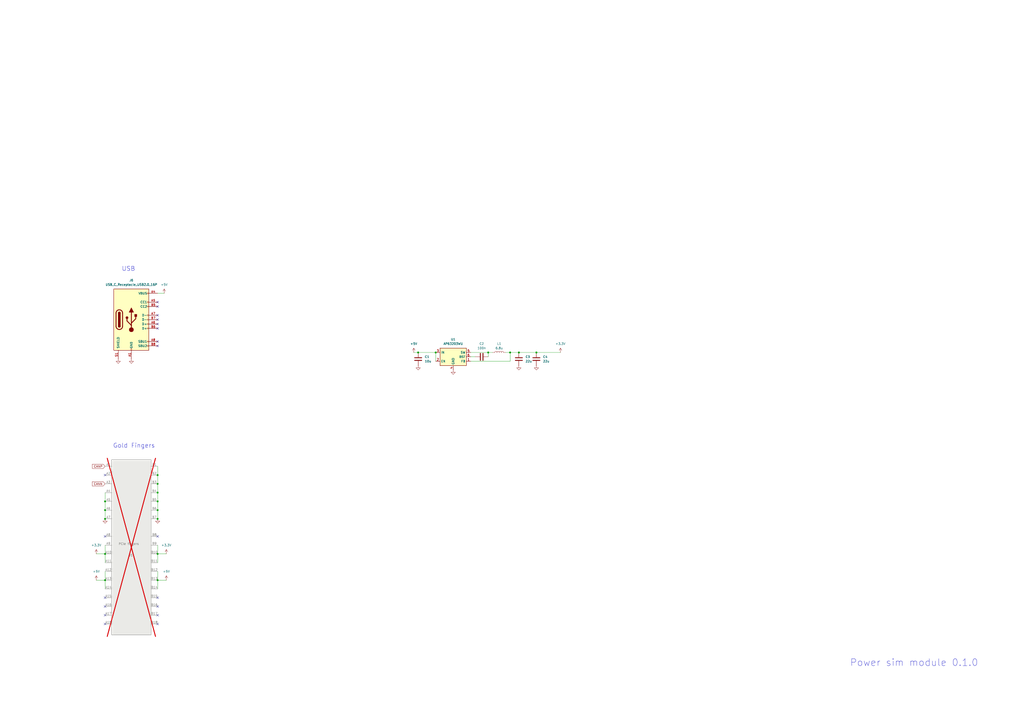
<source format=kicad_sch>
(kicad_sch (version 20231120) (generator "eeschema") (generator_version "8.0")
  (paper "A2")
  (lib_symbols
    (symbol "Connector:Bus_PCI_Express_x1" (pin_names (offset 0) hide)
      (property "Reference" "J1" (at 4.826 -16.002 0))
      (property "info" "PCIe fingers" (at -1.524 -5.588 0))
      (symbol "Bus_PCI_Express_x1_0_1"
        (rectangle (start -11.43 43.18) (end 11.43 -58.42) (stroke (width 0.254)) (fill (type background)))
      )
      (symbol "Bus_PCI_Express_x1_1_1"
        (pin unspecified line (at -15.24 39.37 0) (length 3.81) (name "~{PRSNT1}") (number "A1"))
        (pin passive line (at -15.24 -11.43 0) (length 3.81) (name "+3.3V") (number "A10"))
        (pin input line (at -15.24 -16.51 0) (length 3.81) (name "~{PERST}") (number "A11"))
        (pin passive line (at -15.24 -21.59 0) (length 3.81) (name "GND") (number "A12"))
        (pin input line (at -15.24 -26.67 0) (length 3.81) (name "REFCLK+") (number "A13"))
        (pin input line (at -15.24 -31.75 0) (length 3.81) (name "REFCLK-") (number "A14"))
        (pin passive line (at -15.24 -36.83 0) (length 3.81) (name "GND") (number "A15"))
        (pin output line (at -15.24 -41.91 0) (length 3.81) (name "PERp0") (number "A16"))
        (pin output line (at -15.24 -46.99 0) (length 3.81) (name "PERn0") (number "A17"))
        (pin passive line (at -15.24 -52.07 0) (length 3.81) (name "GND") (number "A18"))
        (pin unspecified line (at -15.24 34.29 0) (length 3.81) (name "+12V") (number "A2"))
        (pin passive line (at -15.24 29.21 0) (length 3.81) (name "+12V") (number "A3"))
        (pin passive line (at -15.24 24.13 0) (length 3.81) (name "GND") (number "A4"))
        (pin input line (at -15.24 19.05 0) (length 3.81) (name "JTAG2") (number "A5"))
        (pin input line (at -15.24 13.97 0) (length 3.81) (name "JTAG3") (number "A6"))
        (pin output line (at -15.24 8.89 0) (length 3.81) (name "JTAG4") (number "A7"))
        (pin input line (at -15.24 -1.27 0) (length 3.81) (name "JTAG5") (number "A8"))
        (pin passive line (at -15.24 -6.35 0) (length 3.81) (name "+3.3V") (number "A9"))
        (pin power_in line (at 15.24 39.37 180) (length 3.81) (name "+12V") (number "B1"))
        (pin power_in line (at 15.24 -11.43 180) (length 3.81) (name "3.3Vaux") (number "B10"))
        (pin open_collector line (at 15.24 -16.51 180) (length 3.81) (name "~{WAKE}") (number "B11"))
        (pin passive line (at 15.24 -21.59 180) (length 3.81) (name "RSVD") (number "B12"))
        (pin passive line (at 15.24 -26.67 180) (length 3.81) (name "GND") (number "B13"))
        (pin input line (at 15.24 -31.75 180) (length 3.81) (name "PETp0") (number "B14"))
        (pin input line (at 15.24 -36.83 180) (length 3.81) (name "PETn0") (number "B15"))
        (pin passive line (at 15.24 -41.91 180) (length 3.81) (name "GND") (number "B16"))
        (pin passive line (at 15.24 -46.99 180) (length 3.81) (name "~{PRSNT2}") (number "B17"))
        (pin passive line (at 15.24 -52.07 180) (length 3.81) (name "GND") (number "B18"))
        (pin passive line (at 15.24 34.29 180) (length 3.81) (name "+12V") (number "B2"))
        (pin passive line (at 15.24 29.21 180) (length 3.81) (name "+12V") (number "B3"))
        (pin power_in line (at 15.24 24.13 180) (length 3.81) (name "GND") (number "B4"))
        (pin input line (at 15.24 19.05 180) (length 3.81) (name "SMCLK") (number "B5"))
        (pin bidirectional line (at 15.24 13.97 180) (length 3.81) (name "SMDAT") (number "B6"))
        (pin passive line (at 15.24 8.89 180) (length 3.81) (name "GND") (number "B7"))
        (pin power_in line (at 15.24 -1.27 180) (length 3.81) (name "+3.3V") (number "B8"))
        (pin input line (at 15.24 -6.35 180) (length 3.81) (name "JTAG1") (number "B9"))
      )
    )
    (symbol "Connector:USB_C_Receptacle_USB2.0_16P" (pin_names (offset 1.016))
      (property "Reference" "J" (at 0 22.225 0))
      (property "Value" "USB_C_Receptacle_USB2.0_16P" (at 0 19.685 0))
      (symbol "USB_C_Receptacle_USB2.0_16P_0_0"
        (rectangle (start -0.254 -17.78) (end 0.254 -16.764))
        (rectangle (start 10.16 -14.986) (end 9.144 -15.494))
        (rectangle (start 10.16 -12.446) (end 9.144 -12.954))
        (rectangle (start 10.16 -4.826) (end 9.144 -5.334))
        (rectangle (start 10.16 -2.286) (end 9.144 -2.794))
        (rectangle (start 10.16 0.254) (end 9.144 -0.254))
        (rectangle (start 10.16 2.794) (end 9.144 2.286))
        (rectangle (start 10.16 7.874) (end 9.144 7.366))
        (rectangle (start 10.16 10.414) (end 9.144 9.906))
        (rectangle (start 10.16 15.494) (end 9.144 14.986))
      )
      (symbol "USB_C_Receptacle_USB2.0_16P_0_1"
        (rectangle (start -10.16 17.78) (end 10.16 -17.78) (stroke (width 0.254)) (fill (type background)))
        (arc (start -8.89 -3.81) (mid -6.985 -5.7067) (end -5.08 -3.81) (stroke (width 0.508)))
        (arc (start -7.62 -3.81) (mid -6.985 -4.4423) (end -6.35 -3.81) (stroke (width 0.254)))
        (arc (start -7.62 -3.81) (mid -6.985 -4.4423) (end -6.35 -3.81) (stroke (width 0.254)) (fill (type outline)))
        (rectangle (start -7.62 -3.81) (end -6.35 3.81) (stroke (width 0.254)) (fill (type outline)))
        (arc (start -6.35 3.81) (mid -6.985 4.4423) (end -7.62 3.81) (stroke (width 0.254)))
        (arc (start -6.35 3.81) (mid -6.985 4.4423) (end -7.62 3.81) (stroke (width 0.254)) (fill (type outline)))
        (arc (start -5.08 3.81) (mid -6.985 5.7067) (end -8.89 3.81) (stroke (width 0.508)))
        (circle (center -2.54 1.143) (radius 0.635) (stroke (width 0.254)) (fill (type outline)))
        (circle (center 0 -5.842) (radius 1.27) (fill (type outline)))
        (polyline (pts (xy -8.89 -3.81) (xy -8.89 3.81)) (stroke (width 0.508)))
        (polyline (pts (xy -5.08 3.81) (xy -5.08 -3.81)) (stroke (width 0.508)))
        (polyline (pts (xy 0 -5.842) (xy 0 4.318)) (stroke (width 0.508)))
        (polyline (pts (xy 0 -3.302) (xy -2.54 -0.762) (xy -2.54 0.508)) (stroke (width 0.508)))
        (polyline (pts (xy 0 -2.032) (xy 2.54 0.508) (xy 2.54 1.778)) (stroke (width 0.508)))
        (polyline (pts (xy -1.27 4.318) (xy 0 6.858) (xy 1.27 4.318) (xy -1.27 4.318)) (stroke (width 0.254)) (fill (type outline)))
        (rectangle (start 1.905 1.778) (end 3.175 3.048) (stroke (width 0.254)) (fill (type outline)))
      )
      (symbol "USB_C_Receptacle_USB2.0_16P_1_1"
        (pin passive line (at 0 -22.86 90) (length 5.08) (name "GND") (number "A1"))
        (pin passive line (at 0 -22.86 90) (length 5.08) hide (name "GND") (number "A12"))
        (pin passive line (at 15.24 15.24 180) (length 5.08) (name "VBUS") (number "A4"))
        (pin bidirectional line (at 15.24 10.16 180) (length 5.08) (name "CC1") (number "A5"))
        (pin bidirectional line (at 15.24 -2.54 180) (length 5.08) (name "D+") (number "A6"))
        (pin bidirectional line (at 15.24 2.54 180) (length 5.08) (name "D-") (number "A7"))
        (pin bidirectional line (at 15.24 -12.7 180) (length 5.08) (name "SBU1") (number "A8"))
        (pin passive line (at 15.24 15.24 180) (length 5.08) hide (name "VBUS") (number "A9"))
        (pin passive line (at 0 -22.86 90) (length 5.08) hide (name "GND") (number "B1"))
        (pin passive line (at 0 -22.86 90) (length 5.08) hide (name "GND") (number "B12"))
        (pin passive line (at 15.24 15.24 180) (length 5.08) hide (name "VBUS") (number "B4"))
        (pin bidirectional line (at 15.24 7.62 180) (length 5.08) (name "CC2") (number "B5"))
        (pin bidirectional line (at 15.24 -5.08 180) (length 5.08) (name "D+") (number "B6"))
        (pin bidirectional line (at 15.24 0 180) (length 5.08) (name "D-") (number "B7"))
        (pin bidirectional line (at 15.24 -15.24 180) (length 5.08) (name "SBU2") (number "B8"))
        (pin passive line (at 15.24 15.24 180) (length 5.08) hide (name "VBUS") (number "B9"))
        (pin passive line (at -7.62 -22.86 90) (length 5.08) (name "SHIELD") (number "S1"))
      )
    )
    (symbol "Device:C" (pin_numbers hide) (pin_names (offset 0.254))
      (property "Reference" "C" (at 0.635 2.54 0))
      (property "Value" "C" (at 0.635 -2.54 0))
      (symbol "C_0_1"
        (polyline (pts (xy -2.032 -0.762) (xy 2.032 -0.762)) (stroke (width 0.508)))
        (polyline (pts (xy -2.032 0.762) (xy 2.032 0.762)) (stroke (width 0.508)))
      )
      (symbol "C_1_1"
        (pin passive line (at 0 3.81 270) (length 2.794) (name "~") (number "1"))
        (pin passive line (at 0 -3.81 90) (length 2.794) (name "~") (number "2"))
      )
    )
    (symbol "Device:L" (pin_numbers hide) (pin_names (offset 1.016) hide)
      (property "Reference" "L" (at -1.27 0 90))
      (property "Value" "L" (at 1.905 0 90))
      (symbol "L_0_1"
        (arc (start 0 -2.54) (mid 0.6323 -1.905) (end 0 -1.27))
        (arc (start 0 -1.27) (mid 0.6323 -0.635) (end 0 0))
        (arc (start 0 0) (mid 0.6323 0.635) (end 0 1.27))
        (arc (start 0 1.27) (mid 0.6323 1.905) (end 0 2.54))
      )
      (symbol "L_1_1"
        (pin passive line (at 0 3.81 270) (length 1.27) (name "1") (number "1"))
        (pin passive line (at 0 -3.81 90) (length 1.27) (name "2") (number "2"))
      )
    )
    (symbol "Regulator_Switching:AP63203WU"
      (property "Reference" "U" (at -7.62 6.35 0))
      (property "Value" "AP63203WU" (at 2.54 6.35 0))
      (symbol "AP63203WU_0_1"
        (rectangle (start -7.62 5.08) (end 7.62 -5.08) (stroke (width 0.254)) (fill (type background)))
      )
      (symbol "AP63203WU_1_1"
        (pin input line (at 10.16 -2.54 180) (length 2.54) (name "FB") (number "1"))
        (pin input line (at -10.16 -2.54 0) (length 2.54) (name "EN") (number "2"))
        (pin power_in line (at -10.16 2.54 0) (length 2.54) (name "IN") (number "3"))
        (pin power_in line (at 0 -7.62 90) (length 2.54) (name "GND") (number "4"))
        (pin output line (at 10.16 2.54 180) (length 2.54) (name "SW") (number "5"))
        (pin passive line (at 10.16 0 180) (length 2.54) (name "BST") (number "6"))
      )
    )
    (symbol "power:+3.3V" (power) (pin_numbers hide) (pin_names (offset 0) hide)
      (property "Value" "+3.3V" (at 0 3.556 0))
      (symbol "+3.3V_0_1"
        (polyline (pts (xy -0.762 1.27) (xy 0 2.54)))
        (polyline (pts (xy 0 0) (xy 0 2.54)))
        (polyline (pts (xy 0 2.54) (xy 0.762 1.27)))
      )
      (symbol "+3.3V_1_1"
        (pin power_in line (at 0 0 90) (length 0) (name "~") (number "1"))
      )
    )
    (symbol "power:+5V" (power) (pin_numbers hide) (pin_names (offset 0) hide)
      (property "Value" "+5V" (at 0 3.556 0))
      (symbol "+5V_0_1"
        (polyline (pts (xy -0.762 1.27) (xy 0 2.54)))
        (polyline (pts (xy 0 0) (xy 0 2.54)))
        (polyline (pts (xy 0 2.54) (xy 0.762 1.27)))
      )
      (symbol "+5V_1_1"
        (pin power_in line (at 0 0 90) (length 0) (name "~") (number "1"))
      )
    )
    (symbol "power:GND" (power) (pin_numbers hide) (pin_names (offset 0) hide)
      (property "Value" "GND" (at 0 -3.81 0))
      (symbol "GND_0_1"
        (polyline (pts (xy 0 0) (xy 0 -1.27) (xy 1.27 -1.27) (xy 0 -2.54) (xy -1.27 -1.27) (xy 0 -1.27)))
      )
      (symbol "GND_1_1"
        (pin power_in line (at 0 0 270) (length 0) (name "~") (number "1"))
      )
    )
    (symbol "power:VAA" (power) (pin_numbers hide) (pin_names (offset 0) hide)
      (property "Value" "VAA" (at 0 3.556 0))
      (symbol "VAA_0_1"
        (polyline (pts (xy -0.762 1.27) (xy 0 2.54)))
        (polyline (pts (xy 0 0) (xy 0 2.54)))
        (polyline (pts (xy 0 2.54) (xy 0.762 1.27)))
      )
      (symbol "VAA_1_1"
        (pin power_in line (at 0 0 90) (length 0) (name "~") (number "1"))
      )
    )
  )
  (junction (at 91.44 295.91))
  (junction (at 91.44 285.75))
  (junction (at 60.96 321.31))
  (junction (at 91.44 280.67))
  (junction (at 283.21 204.47))
  (junction (at 60.96 295.91))
  (junction (at 91.44 300.99))
  (junction (at 91.44 290.83))
  (junction (at 60.96 300.99))
  (junction (at 91.44 275.59))
  (junction (at 91.44 336.55))
  (junction (at 311.15 204.47))
  (junction (at 295.91 204.47))
  (junction (at 242.57 204.47))
  (junction (at 60.96 290.83))
  (junction (at 91.44 321.31))
  (junction (at 300.99 204.47))
  (junction (at 252.73 204.47))
  (junction (at 60.96 336.55))
  (no_connect (at 91.44 346.71))
  (no_connect (at 91.44 200.66))
  (no_connect (at 91.44 198.12))
  (no_connect (at 91.44 311.15))
  (no_connect (at 60.96 346.71))
  (no_connect (at 91.44 351.79))
  (no_connect (at 91.44 175.26))
  (no_connect (at 91.44 185.42))
  (no_connect (at 91.44 177.8))
  (no_connect (at 91.44 182.88))
  (no_connect (at 60.96 356.87))
  (no_connect (at 60.96 361.95))
  (no_connect (at 91.44 190.5))
  (no_connect (at 91.44 187.96))
  (no_connect (at 60.96 275.59))
  (no_connect (at 91.44 361.95))
  (no_connect (at 60.96 311.15))
  (no_connect (at 60.96 351.79))
  (no_connect (at 91.44 356.87))
  (wire (pts (xy 91.44 290.83) (xy 91.44 295.91)))
  (wire (pts (xy 275.59 207.01) (xy 273.05 207.01)))
  (wire (pts (xy 285.75 204.47) (xy 283.21 204.47)))
  (wire (pts (xy 60.96 285.75) (xy 60.96 290.83)))
  (wire (pts (xy 91.44 321.31) (xy 91.44 326.39)))
  (wire (pts (xy 91.44 295.91) (xy 91.44 300.99)))
  (wire (pts (xy 242.57 204.47) (xy 252.73 204.47)))
  (wire (pts (xy 311.15 204.47) (xy 325.12 204.47)))
  (wire (pts (xy 273.05 204.47) (xy 283.21 204.47)))
  (wire (pts (xy 91.44 336.55) (xy 91.44 331.47)))
  (wire (pts (xy 60.96 321.31) (xy 60.96 316.23)))
  (wire (pts (xy 300.99 204.47) (xy 311.15 204.47)))
  (wire (pts (xy 91.44 280.67) (xy 91.44 285.75)))
  (wire (pts (xy 91.44 321.31) (xy 91.44 316.23)))
  (wire (pts (xy 60.96 295.91) (xy 60.96 300.99)))
  (wire (pts (xy 60.96 321.31) (xy 60.96 326.39)))
  (wire (pts (xy 55.88 336.55) (xy 60.96 336.55)))
  (wire (pts (xy 295.91 204.47) (xy 300.99 204.47)))
  (wire (pts (xy 91.44 285.75) (xy 91.44 290.83)))
  (wire (pts (xy 55.88 321.31) (xy 60.96 321.31)))
  (wire (pts (xy 240.03 204.47) (xy 242.57 204.47)))
  (wire (pts (xy 96.52 321.31) (xy 91.44 321.31)))
  (wire (pts (xy 60.96 336.55) (xy 60.96 341.63)))
  (wire (pts (xy 273.05 209.55) (xy 295.91 209.55)))
  (wire (pts (xy 252.73 204.47) (xy 252.73 209.55)))
  (wire (pts (xy 60.96 290.83) (xy 60.96 295.91)))
  (wire (pts (xy 96.52 336.55) (xy 91.44 336.55)))
  (wire (pts (xy 293.37 204.47) (xy 295.91 204.47)))
  (wire (pts (xy 295.91 204.47) (xy 295.91 209.55)))
  (wire (pts (xy 91.44 270.51) (xy 91.44 275.59)))
  (wire (pts (xy 60.96 336.55) (xy 60.96 331.47)))
  (wire (pts (xy 91.44 336.55) (xy 91.44 341.63)))
  (wire (pts (xy 91.44 275.59) (xy 91.44 280.67)))
  (wire (pts (xy 95.25 170.18) (xy 91.44 170.18)))
  (wire (pts (xy 283.21 204.47) (xy 283.21 207.01)))
  (text "USB" (at 70.612 157.48 0) (effects (font (size 2.54 2.54)) (justify left bottom)))
  (text "Power sim module 0.1.0" (at 493.014 386.842 0) (effects (font (size 4 4)) (justify left bottom)))
  (text "Gold Fingers" (at 65.532 260.096 0) (effects (font (size 2.54 2.54)) (justify left bottom)))
  (global_label "CANN" (shape input) (at 60.96 280.67 180) (property "Intersheetrefs" "${INTERSHEET_REFS}" (effects (hide yes))))
  (global_label "CANP" (shape input) (at 60.96 270.51 180) (property "Intersheetrefs" "${INTERSHEET_REFS}" (effects (hide yes))))
  (symbol (lib_id "power:GND") (at 300.99 212.09 0) (unit 1)
    (property "Reference" "#PWR06" (effects (hide yes)))
    (property "Value" "GND" (effects (hide yes)))
    (property "Description" "Power symbol creates a global label with name \"GND\" , ground" (effects (hide yes)))
  )
  (symbol (lib_id "power:VAA") (at 55.88 321.31 0) (unit 1)
    (property "Reference" "#PWR022" (effects (hide yes)))
    (property "Value" "+3.3V" (at 55.88 316.23 0))
    (property "Description" "Power symbol creates a global label with name \"VAA\"" (effects (hide yes)))
  )
  (symbol (lib_id "power:GND") (at 91.44 300.99 0) (unit 1)
    (property "Reference" "#PWR014" (effects (hide yes)))
    (property "Value" "GND" (effects (hide yes)))
    (property "Description" "Power symbol creates a global label with name \"GND\" , ground" (effects (hide yes)))
  )
  (symbol (lib_id "power:VAA") (at 96.52 336.55 0) (unit 1)
    (property "Reference" "#PWR021" (effects (hide yes)))
    (property "Value" "+5V" (at 96.52 331.47 0))
    (property "Description" "Power symbol creates a global label with name \"VAA\"" (effects (hide yes)))
  )
  (symbol (lib_id "power:VAA") (at 55.88 336.55 0) (unit 1)
    (property "Reference" "#PWR010" (effects (hide yes)))
    (property "Value" "+5V" (at 55.88 331.47 0))
    (property "Description" "Power symbol creates a global label with name \"VAA\"" (effects (hide yes)))
  )
  (symbol (lib_id "power:GND") (at 76.2 208.28 0) (unit 1)
    (property "Reference" "#PWR029" (effects (hide yes)))
    (property "Value" "GND" (effects (hide yes)))
    (property "Description" "Power symbol creates a global label with name \"GND\" , ground" (effects (hide yes)))
  )
  (symbol (lib_id "power:GND") (at 311.15 212.09 0) (unit 1)
    (property "Reference" "#PWR07" (effects (hide yes)))
    (property "Value" "GND" (effects (hide yes)))
    (property "Description" "Power symbol creates a global label with name \"GND\" , ground" (effects (hide yes)))
  )
  (symbol (lib_id "power:VAA") (at 96.52 321.31 0) (unit 1)
    (property "Reference" "#PWR023" (effects (hide yes)))
    (property "Value" "+3.3V" (at 96.52 316.23 0))
    (property "Description" "Power symbol creates a global label with name \"VAA\"" (effects (hide yes)))
  )
  (symbol (lib_id "Device:C") (at 300.99 208.28 0) (unit 1)
    (property "Reference" "C3" (at 304.8 207.0099 0) (effects (justify left)))
    (property "Value" "22u" (at 304.8 209.5499 0) (effects (justify left)))
    (property "Description" "Unpolarized capacitor" (effects (hide yes)))
  )
  (symbol (lib_id "Device:L") (at 289.56 204.47 90) (unit 1)
    (property "Reference" "L1" (at 289.56 199.39 90))
    (property "Value" "6.8u" (at 289.56 201.93 90))
    (property "Description" "Inductor" (effects (hide yes)))
  )
  (symbol (lib_id "power:GND") (at 68.58 208.28 0) (unit 1)
    (property "Reference" "#PWR028" (effects (hide yes)))
    (property "Value" "GND" (effects (hide yes)))
    (property "Description" "Power symbol creates a global label with name \"GND\" , ground" (effects (hide yes)))
  )
  (symbol (lib_id "power:GND") (at 60.96 300.99 0) (unit 1)
    (property "Reference" "#PWR015" (effects (hide yes)))
    (property "Value" "GND" (effects (hide yes)))
    (property "Description" "Power symbol creates a global label with name \"GND\" , ground" (effects (hide yes)))
  )
  (symbol (lib_id "Connector:Bus_PCI_Express_x1") (at 76.2 309.88 0) (unit 1) (dnp yes)
    (property "Reference" "J1" (at 74.676 322.072 0) (effects (justify left)))
    (property "Value" "Bus_PCI_Express_x1" (effects (hide yes)))
    (property "Footprint" "Connector_PCBEdge:BUS_PCIexpress_x1" (effects (hide yes)))
    (property "Datasheet" "http://www.ritrontek.com/uploadfile/2016/1026/20161026105231124.pdf#page=63" (effects (hide yes)))
    (property "Description" "PCI Express bus connector x1" (effects (hide yes)))
    (property "basic?" "n/a" (effects (hide yes)))
    (property "price" "n/a" (effects (hide yes)))
    (property "LCSC Part #" "n/a" (effects (hide yes)))
    (property "info" "PCIe fingers" (at 74.676 315.468 0))
    (property "JLC Link" "n/a" (effects (hide yes)))
  )
  (symbol (lib_id "Regulator_Switching:AP63203WU") (at 262.89 207.01 0) (unit 1)
    (property "Reference" "U1" (at 262.89 196.85 0))
    (property "Value" "AP63203WU" (at 262.89 199.39 0))
    (property "Footprint" "Package_TO_SOT_SMD:TSOT-23-6" (effects (hide yes)))
    (property "Datasheet" "https://www.diodes.com/assets/Datasheets/AP63200-AP63201-AP63203-AP63205.pdf" (effects (hide yes)))
    (property "Description" "2A, 1.1MHz Buck DC/DC Converter, fixed 3.3V output voltage, TSOT-23-6" (effects (hide yes)))
    (property "JLC Link" "https://jlcpcb.com/partdetail/DiodesIncorporated-AP63203WU7/C780769" (effects (hide yes)))
    (property "LCSC Part #" "C780769" (effects (hide yes)))
    (property "basic?" "no" (effects (hide yes)))
    (property "price" " C$0.4339 " (effects (hide yes)))
  )
  (symbol (lib_id "power:+3.3V") (at 325.12 204.47 0) (unit 1)
    (property "Reference" "#PWR03" (effects (hide yes)))
    (property "Value" "+3.3V" (at 325.12 199.39 0))
    (property "Description" "Power symbol creates a global label with name \"+3.3V\"" (effects (hide yes)))
  )
  (symbol (lib_id "power:+5V") (at 95.25 170.18 0) (unit 1)
    (property "Reference" "#PWR01" (effects (hide yes)))
    (property "Value" "+5V" (at 95.25 165.1 0))
    (property "Description" "Power symbol creates a global label with name \"+5V\"" (effects (hide yes)))
  )
  (symbol (lib_id "Device:C") (at 242.57 208.28 0) (unit 1)
    (property "Reference" "C1" (at 246.38 207.0099 0) (effects (justify left)))
    (property "Value" "10u" (at 246.38 209.5499 0) (effects (justify left)))
    (property "Description" "Unpolarized capacitor" (effects (hide yes)))
  )
  (symbol (lib_id "Device:C") (at 279.4 207.01 90) (unit 1)
    (property "Reference" "C2" (at 279.4 199.39 90))
    (property "Value" "100n" (at 279.4 201.93 90))
    (property "Description" "Unpolarized capacitor" (effects (hide yes)))
  )
  (symbol (lib_id "Connector:USB_C_Receptacle_USB2.0_16P") (at 76.2 185.42 0) (unit 1)
    (property "Reference" "J6" (at 76.2 162.56 0))
    (property "Value" "USB_C_Receptacle_USB2.0_16P" (at 76.2 165.1 0))
    (property "Footprint" "Connector_USB:USB_C_Receptacle_Palconn_UTC16-G" (effects (hide yes)))
    (property "Datasheet" "https://www.usb.org/sites/default/files/documents/usb_type-c.zip" (effects (hide yes)))
    (property "Description" "USB 2.0-only 16P Type-C Receptacle connector" (effects (hide yes)))
    (property "JLC Link" "https://jlcpcb.com/partdetail/ShouHan-TYPE_C_16PIN_2MD_073/C2765186" (effects (hide yes)))
    (property "LCSC Part #" "C2765186" (effects (hide yes)))
    (property "basic?" "no" (effects (hide yes)))
    (property "info" "USB-C" (effects (hide yes)))
    (property "price" "C$0.0738 " (effects (hide yes)))
  )
  (symbol (lib_id "power:GND") (at 262.89 214.63 0) (unit 1)
    (property "Reference" "#PWR04" (effects (hide yes)))
    (property "Value" "GND" (effects (hide yes)))
    (property "Description" "Power symbol creates a global label with name \"GND\" , ground" (effects (hide yes)))
  )
  (symbol (lib_id "power:GND") (at 242.57 212.09 0) (unit 1)
    (property "Reference" "#PWR05" (effects (hide yes)))
    (property "Value" "GND" (effects (hide yes)))
    (property "Description" "Power symbol creates a global label with name \"GND\" , ground" (effects (hide yes)))
  )
  (symbol (lib_id "Device:C") (at 311.15 208.28 0) (unit 1)
    (property "Reference" "C4" (at 314.96 207.0099 0) (effects (justify left)))
    (property "Value" "22u" (at 314.96 209.5499 0) (effects (justify left)))
    (property "Description" "Unpolarized capacitor" (effects (hide yes)))
  )
  (symbol (lib_id "power:+5V") (at 240.03 204.47 0) (unit 1)
    (property "Reference" "#PWR02" (effects (hide yes)))
    (property "Value" "+5V" (at 240.03 199.39 0))
    (property "Description" "Power symbol creates a global label with name \"+5V\"" (effects (hide yes)))
  )
)
</source>
